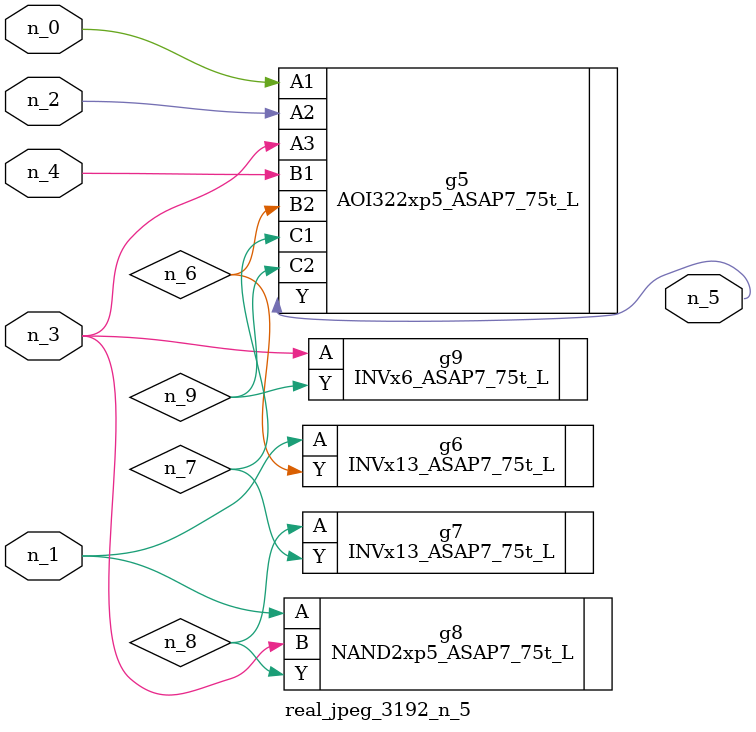
<source format=v>
module real_jpeg_3192_n_5 (n_4, n_0, n_1, n_2, n_3, n_5);

input n_4;
input n_0;
input n_1;
input n_2;
input n_3;

output n_5;

wire n_8;
wire n_6;
wire n_7;
wire n_9;

AOI322xp5_ASAP7_75t_L g5 ( 
.A1(n_0),
.A2(n_2),
.A3(n_3),
.B1(n_4),
.B2(n_6),
.C1(n_7),
.C2(n_9),
.Y(n_5)
);

INVx13_ASAP7_75t_L g6 ( 
.A(n_1),
.Y(n_6)
);

NAND2xp5_ASAP7_75t_L g8 ( 
.A(n_1),
.B(n_3),
.Y(n_8)
);

INVx6_ASAP7_75t_L g9 ( 
.A(n_3),
.Y(n_9)
);

INVx13_ASAP7_75t_L g7 ( 
.A(n_8),
.Y(n_7)
);


endmodule
</source>
